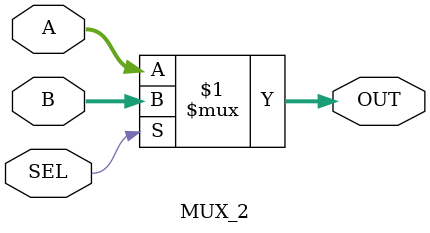
<source format=v>
`timescale 1ns / 1ps
module MUX_2(A, B, OUT, SEL);
input signed [31:0]A;
input signed [31:0]B;
input SEL;
output signed [31:0]OUT;

assign OUT = SEL? B:A;

endmodule

</source>
